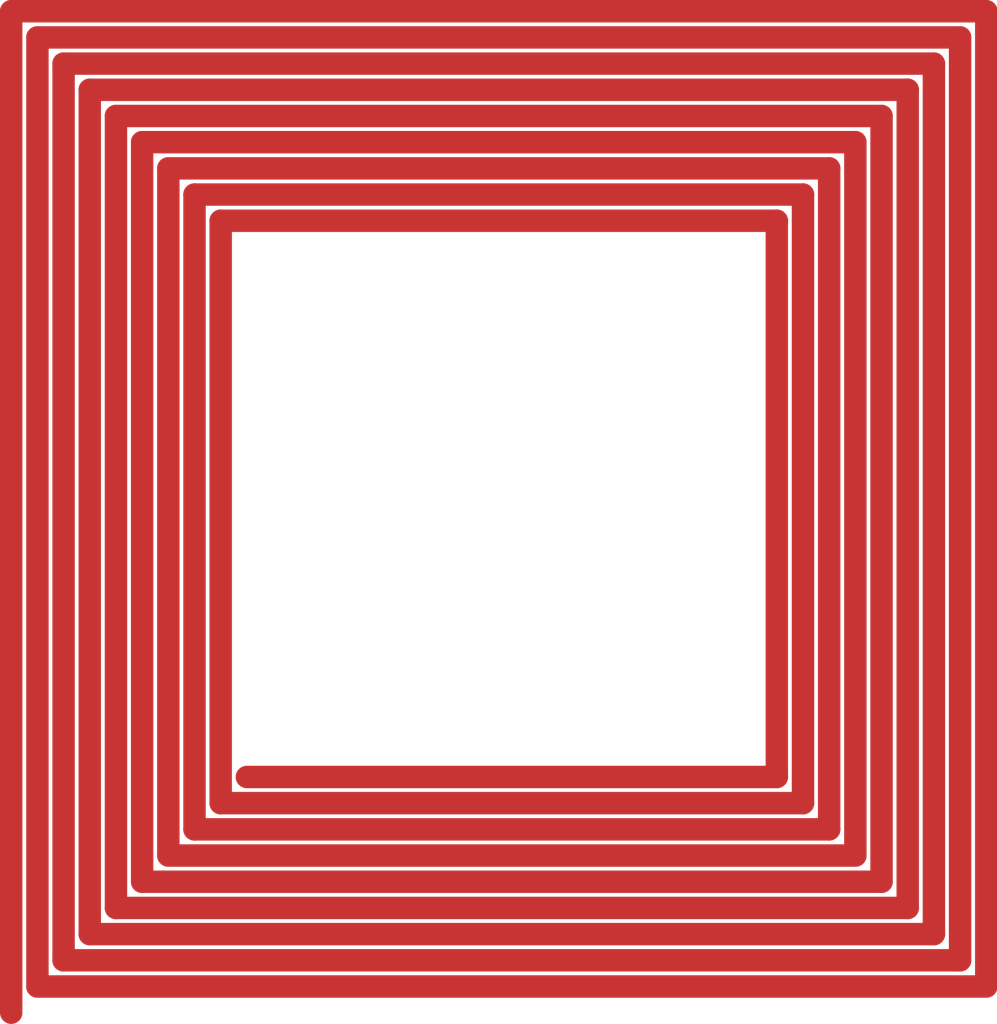
<source format=kicad_pcb>
(kicad_pcb
	(version 20240108)
	(generator "pcbnew")
	(generator_version "8.0")
	(general
		(thickness 1.6)
		(legacy_teardrops no)
	)
	(paper "A4")
	(layers
		(0 "F.Cu" signal)
		(31 "B.Cu" signal)
		(32 "B.Adhes" user "B.Adhesive")
		(33 "F.Adhes" user "F.Adhesive")
		(34 "B.Paste" user)
		(35 "F.Paste" user)
		(36 "B.SilkS" user "B.Silkscreen")
		(37 "F.SilkS" user "F.Silkscreen")
		(38 "B.Mask" user)
		(39 "F.Mask" user)
		(40 "Dwgs.User" user "User.Drawings")
		(41 "Cmts.User" user "User.Comments")
		(42 "Eco1.User" user "User.Eco1")
		(43 "Eco2.User" user "User.Eco2")
		(44 "Edge.Cuts" user)
		(45 "Margin" user)
		(46 "B.CrtYd" user "B.Courtyard")
		(47 "F.CrtYd" user "F.Courtyard")
		(48 "B.Fab" user)
		(49 "F.Fab" user)
		(50 "User.1" user)
		(51 "User.2" user)
		(52 "User.3" user)
		(53 "User.4" user)
		(54 "User.5" user)
		(55 "User.6" user)
		(56 "User.7" user)
		(57 "User.8" user)
		(58 "User.9" user)
	)
	(setup
		(pad_to_mask_clearance 0)
		(allow_soldermask_bridges_in_footprints no)
		(pcbplotparams
			(layerselection 0x00010fc_ffffffff)
			(plot_on_all_layers_selection 0x0000000_00000000)
			(disableapertmacros no)
			(usegerberextensions no)
			(usegerberattributes yes)
			(usegerberadvancedattributes yes)
			(creategerberjobfile yes)
			(dashed_line_dash_ratio 12.000000)
			(dashed_line_gap_ratio 3.000000)
			(svgprecision 4)
			(plotframeref no)
			(viasonmask no)
			(mode 1)
			(useauxorigin no)
			(hpglpennumber 1)
			(hpglpenspeed 20)
			(hpglpendiameter 15.000000)
			(pdf_front_fp_property_popups yes)
			(pdf_back_fp_property_popups yes)
			(dxfpolygonmode yes)
			(dxfimperialunits yes)
			(dxfusepcbnewfont yes)
			(psnegative no)
			(psa4output no)
			(plotreference yes)
			(plotvalue yes)
			(plotfptext yes)
			(plotinvisibletext no)
			(sketchpadsonfab no)
			(subtractmaskfromsilk no)
			(outputformat 1)
			(mirror no)
			(drillshape 1)
			(scaleselection 1)
			(outputdirectory "")
		)
	)
	(net 0 "")
	(segment
		(start 132.55 118.5)
		(end 132.55 82.55)
		(width 0.9)
		(layer "F.Cu")
		(net 0)
		(uuid "03be474c-5720-4ca1-ae27-eae8045a6db9")
	)
	(segment
		(start 168.5 81.5)
		(end 168.5 118.5)
		(width 0.9)
		(layer "F.Cu")
		(net 0)
		(uuid "04068ba9-aedd-4a9d-bb06-139bc3be71c1")
	)
	(segment
		(start 130.449999 120.6)
		(end 130.449999 80.45)
		(width 0.9)
		(layer "F.Cu")
		(net 0)
		(uuid "064fd79d-93ef-4dad-bad2-86b2eac86d61")
	)
	(segment
		(start 164.3 114.3)
		(end 136.75 114.3)
		(width 0.9)
		(layer "F.Cu")
		(net 0)
		(uuid "0947670f-9cab-4ee7-a1fa-9bd70d56ca3c")
	)
	(segment
		(start 134.65 84.65)
		(end 165.35 84.65)
		(width 0.9)
		(layer "F.Cu")
		(net 0)
		(uuid "1cdcc8d2-9b3b-4ce1-ae4c-01c277519535")
	)
	(segment
		(start 132.55 82.55)
		(end 167.45 82.55)
		(width 0.9)
		(layer "F.Cu")
		(net 0)
		(uuid "1e5c446b-3d9c-407c-9a3d-17ccf691a7ab")
	)
	(segment
		(start 169.55 119.55)
		(end 131.5 119.55)
		(width 0.9)
		(layer "F.Cu")
		(net 0)
		(uuid "2c9de484-3d30-4367-86e3-ae509a89f194")
	)
	(segment
		(start 167.45 117.45)
		(end 133.6 117.45)
		(width 0.9)
		(layer "F.Cu")
		(net 0)
		(uuid "3399f4c8-34fc-4320-96d3-cf1d296c87be")
	)
	(segment
		(start 163.25 113.25)
		(end 137.8 113.25)
		(width 0.9)
		(layer "F.Cu")
		(net 0)
		(uuid "34bd6317-8a1f-4465-bcdb-c0768c0b87c5")
	)
	(segment
		(start 133.6 83.6)
		(end 166.4 83.6)
		(width 0.9)
		(layer "F.Cu")
		(net 0)
		(uuid "36a5ee72-6c20-4d94-a11a-de9bd068fa4d")
	)
	(segment
		(start 166.4 83.6)
		(end 166.4 116.4)
		(width 0.9)
		(layer "F.Cu")
		(net 0)
		(uuid "37d6219e-d003-42b1-9288-c41914c9bbd2")
	)
	(segment
		(start 137.8 113.25)
		(end 137.8 87.8)
		(width 0.9)
		(layer "F.Cu")
		(net 0)
		(uuid "53594732-465d-49cc-8462-721febb39396")
	)
	(segment
		(start 168.5 118.5)
		(end 132.55 118.5)
		(width 0.9)
		(layer "F.Cu")
		(net 0)
		(uuid "61498d70-57d4-439b-8950-1584c55cb1af")
	)
	(segment
		(start 138.85 88.85)
		(end 161.15 88.85)
		(width 0.9)
		(layer "F.Cu")
		(net 0)
		(uuid "62032c16-0e3c-495a-8cbf-ae69912f9d2b")
	)
	(segment
		(start 162.2 87.8)
		(end 162.2 112.2)
		(width 0.9)
		(layer "F.Cu")
		(net 0)
		(uuid "6e814ba7-ad41-4f95-b9d0-776c2bad2e5f")
	)
	(segment
		(start 134.65 116.4)
		(end 134.65 84.65)
		(width 0.9)
		(layer "F.Cu")
		(net 0)
		(uuid "7858c3db-efca-44b0-a68b-cbe4e8a07dee")
	)
	(segment
		(start 133.6 117.45)
		(end 133.6 83.6)
		(width 0.9)
		(layer "F.Cu")
		(net 0)
		(uuid "7a18e6b4-8452-4f29-b884-5bcf982e33ae")
	)
	(segment
		(start 137.8 87.8)
		(end 162.2 87.8)
		(width 0.9)
		(layer "F.Cu")
		(net 0)
		(uuid "7db07af7-c5f3-47be-aeeb-bdf315756f05")
	)
	(segment
		(start 165.35 84.65)
		(end 165.35 115.35)
		(width 0.9)
		(layer "F.Cu")
		(net 0)
		(uuid "816401e3-95b0-4e13-88f8-771c8bd32db4")
	)
	(segment
		(start 131.5 119.55)
		(end 131.5 81.5)
		(width 0.9)
		(layer "F.Cu")
		(net 0)
		(uuid "8814c365-f713-42d7-b509-c4049b289980")
	)
	(segment
		(start 131.5 81.5)
		(end 168.5 81.5)
		(width 0.9)
		(layer "F.Cu")
		(net 0)
		(uuid "93ea2350-75ab-48cb-ad71-fccc10200eb9")
	)
	(segment
		(start 161.15 111.15)
		(end 139.9 111.15)
		(width 0.9)
		(layer "F.Cu")
		(net 0)
		(uuid "941eee6a-11e5-451e-b0cf-2c3d6ab1bab0")
	)
	(segment
		(start 136.75 114.3)
		(end 136.75 86.75)
		(width 0.9)
		(layer "F.Cu")
		(net 0)
		(uuid "96e82e7b-c1d7-4dfe-aaaa-5999b96b2af4")
	)
	(segment
		(start 163.25 86.75)
		(end 163.25 113.25)
		(width 0.9)
		(layer "F.Cu")
		(net 0)
		(uuid "a1b949d2-181a-4699-8873-747848661f21")
	)
	(segment
		(start 138.85 112.2)
		(end 138.85 88.85)
		(width 0.9)
		(layer "F.Cu")
		(net 0)
		(uuid "a4f021fe-be5b-4e96-bdf5-36f8bbae724c")
	)
	(segment
		(start 165.35 115.35)
		(end 135.7 115.35)
		(width 0.9)
		(layer "F.Cu")
		(net 0)
		(uuid "a6ab32b5-10d1-44cb-9a88-9d818babfc89")
	)
	(segment
		(start 169.55 80.45)
		(end 169.55 119.55)
		(width 0.9)
		(layer "F.Cu")
		(net 0)
		(uuid "b175d000-5e5f-4b4e-a673-3447f7598eb6")
	)
	(segment
		(start 164.3 85.7)
		(end 164.3 114.3)
		(width 0.9)
		(layer "F.Cu")
		(net 0)
		(uuid "b5923bc9-45a0-4071-ad05-58c7ea70f096")
	)
	(segment
		(start 161.15 88.85)
		(end 161.15 111.15)
		(width 0.9)
		(layer "F.Cu")
		(net 0)
		(uuid "b93d2746-3e6b-4f23-96e2-58bdcfe927ed")
	)
	(segment
		(start 166.4 116.4)
		(end 134.65 116.4)
		(width 0.9)
		(layer "F.Cu")
		(net 0)
		(uuid "c0c33ff8-1d33-46f6-a0e6-77cb556a9baa")
	)
	(segment
		(start 136.75 86.75)
		(end 163.25 86.75)
		(width 0.9)
		(layer "F.Cu")
		(net 0)
		(uuid "c4c1c182-9895-4e52-8369-0dfaae0f93da")
	)
	(segment
		(start 135.7 85.7)
		(end 164.3 85.7)
		(width 0.9)
		(layer "F.Cu")
		(net 0)
		(uuid "caa34c6c-7664-475c-b46c-7dcb7d70a773")
	)
	(segment
		(start 130.449999 80.45)
		(end 169.55 80.45)
		(width 0.9)
		(layer "F.Cu")
		(net 0)
		(uuid "cb344598-bf6c-4137-83bc-0292fcf66150")
	)
	(segment
		(start 167.45 82.55)
		(end 167.45 117.45)
		(width 0.9)
		(layer "F.Cu")
		(net 0)
		(uuid "d21eec8c-2881-4d46-8dd3-90fa40dbd6e3")
	)
	(segment
		(start 135.7 115.35)
		(end 135.7 85.7)
		(width 0.9)
		(layer "F.Cu")
		(net 0)
		(uuid "d8fbf509-8a1f-4c0f-a738-5a79751368fd")
	)
	(segment
		(start 162.2 112.2)
		(end 138.85 112.2)
		(width 0.9)
		(layer "F.Cu")
		(net 0)
		(uuid "f7960103-2007-4dbe-a84d-4a25eb5a2b8c")
	)
)

</source>
